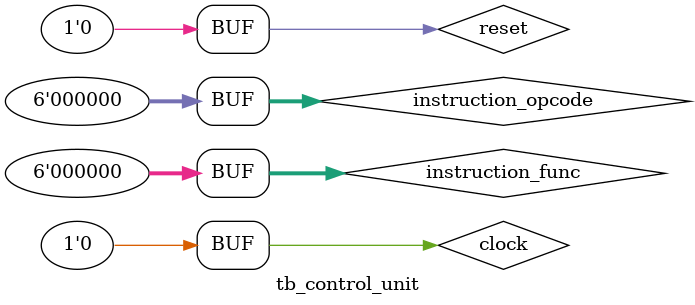
<source format=v>
`timescale 1ns / 1ps


module tb_control_unit;

	// Inputs
	reg clock;
	reg [5:0] instruction_opcode;
	reg [5:0] instruction_func;
	reg reset;

	// Outputs
	wire register_destination;
	wire branch;
	wire memory_to_register;
	wire [5:0] alu_func;
	wire memory_write;
	wire alu_source;
	wire register_write;
	wire jump;
	wire shift_swap;

	// Instantiate the Unit Under Test (UUT)
	control_unit uut (
		.clock(clock), 
		.instruction_opcode(instruction_opcode), 
		.instruction_func(instruction_func), 
		.reset(reset), 
		.register_destination(register_destination), 
		.branch(branch), 
		.memory_to_register(memory_to_register), 
		.alu_func(alu_func), 
		.memory_write(memory_write), 
		.alu_source(alu_source), 
		.register_write(register_write), 
		.jump(jump), 
		.shift_swap(shift_swap)
	);

	initial begin
		// Initialize Inputs
		clock = 0;
		instruction_opcode = 0;
		instruction_func = 0;
		reset = 0;

		// Wait 100 ns for global reset to finish
		#100;
        
		// Add stimulus here

	end
      
endmodule


</source>
